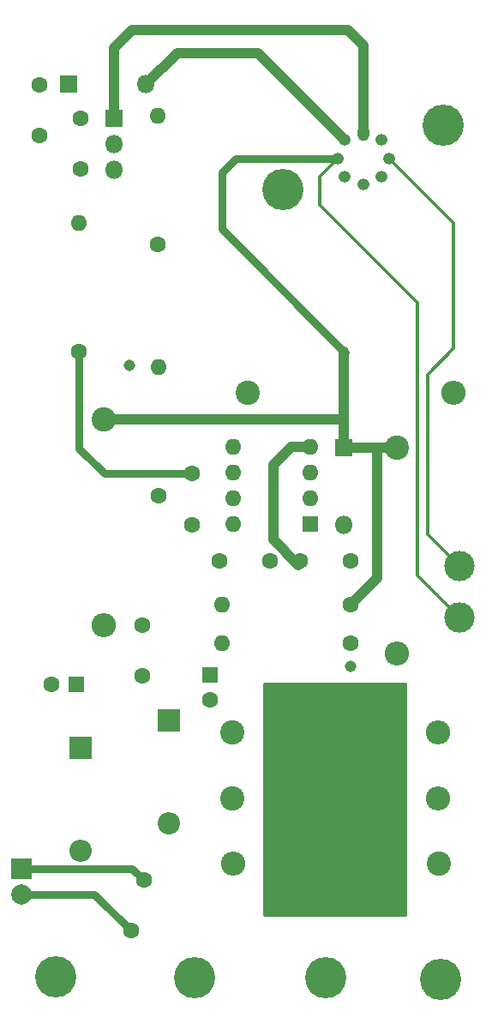
<source format=gbr>
G04 #@! TF.FileFunction,Copper,L1,Top,Signal*
%FSLAX46Y46*%
G04 Gerber Fmt 4.6, Leading zero omitted, Abs format (unit mm)*
G04 Created by KiCad (PCBNEW 4.0.5) date Saturday, 16 December 2017 'PMt' 23:42:59*
%MOMM*%
%LPD*%
G01*
G04 APERTURE LIST*
%ADD10C,0.150000*%
%ADD11C,2.400000*%
%ADD12O,2.400000X2.400000*%
%ADD13C,3.000000*%
%ADD14C,4.064000*%
%ADD15C,1.600000*%
%ADD16O,1.600000X1.600000*%
%ADD17R,1.600000X1.600000*%
%ADD18R,1.800000X1.800000*%
%ADD19O,1.800000X1.800000*%
%ADD20R,2.200000X2.200000*%
%ADD21O,2.200000X2.200000*%
%ADD22O,1.200000X1.600000*%
%ADD23O,1.200000X1.200000*%
%ADD24C,1.143000*%
%ADD25R,2.000000X2.000000*%
%ADD26C,2.000000*%
%ADD27C,0.300000*%
%ADD28C,1.016000*%
%ADD29C,0.762000*%
%ADD30C,1.000000*%
%ADD31C,0.254000*%
G04 APERTURE END LIST*
D10*
D11*
X169672000Y-92456000D03*
D12*
X169672000Y-112776000D03*
D13*
X175895000Y-104140000D03*
D14*
X158432500Y-66992500D03*
D15*
X146050000Y-72390000D03*
D16*
X146050000Y-59690000D03*
D17*
X161195000Y-99997000D03*
D16*
X153575000Y-92377000D03*
X161195000Y-97457000D03*
X153575000Y-94917000D03*
X161195000Y-94917000D03*
X153575000Y-97457000D03*
X161195000Y-92377000D03*
X153575000Y-99997000D03*
D18*
X164465000Y-92456000D03*
D19*
X164465000Y-100076000D03*
D18*
X137287000Y-56578500D03*
D19*
X144907000Y-56578500D03*
D20*
X147193000Y-119380000D03*
D21*
X147193000Y-129540000D03*
D22*
X166370000Y-61341000D03*
D23*
X164573949Y-62084949D03*
X163830000Y-63881000D03*
X164573949Y-65677051D03*
X166370000Y-66421000D03*
X168166051Y-65677051D03*
X168910000Y-63881000D03*
X168166051Y-62084949D03*
D15*
X138303000Y-82931000D03*
D16*
X138303000Y-70231000D03*
D15*
X165100000Y-111760000D03*
D16*
X152400000Y-111760000D03*
D15*
X143446500Y-140144500D03*
X144746500Y-135144500D03*
D20*
X138430000Y-122047000D03*
D21*
X138430000Y-132207000D03*
D18*
X141732000Y-59944000D03*
D19*
X141732000Y-62484000D03*
X141732000Y-65024000D03*
D15*
X138430000Y-64944000D03*
X138430000Y-59944000D03*
X165147000Y-103632000D03*
X160147000Y-103632000D03*
X144526000Y-109982000D03*
X144526000Y-114982000D03*
X134366000Y-61595000D03*
X134366000Y-56595000D03*
X152146000Y-103632000D03*
X157146000Y-103632000D03*
X149500000Y-95032000D03*
X149500000Y-100032000D03*
X165100000Y-107950000D03*
D16*
X152400000Y-107950000D03*
D24*
X143256000Y-84328000D03*
X165100000Y-114046000D03*
D14*
X162687000Y-144780000D03*
X136017000Y-144653000D03*
X149733000Y-144780000D03*
X173990000Y-144907000D03*
D15*
X146177000Y-97155000D03*
D16*
X146177000Y-84455000D03*
D11*
X155003500Y-87058500D03*
D12*
X175323500Y-87058500D03*
D11*
X140716000Y-89662000D03*
D12*
X140716000Y-109982000D03*
D11*
X153479500Y-127063500D03*
D12*
X173799500Y-127063500D03*
D11*
X173863000Y-133540500D03*
D12*
X153543000Y-133540500D03*
D11*
X153479500Y-120586500D03*
D12*
X173799500Y-120586500D03*
D13*
X175895000Y-109220000D03*
D14*
X174307500Y-60642500D03*
D25*
X132651500Y-133985000D03*
D26*
X132651500Y-136525000D03*
D17*
X151257000Y-114848000D03*
D15*
X151257000Y-117348000D03*
D17*
X138049000Y-115824000D03*
D15*
X135549000Y-115824000D03*
D27*
X168910000Y-63881000D02*
X175323500Y-70294500D01*
X172720000Y-100965000D02*
X175895000Y-104140000D01*
X172720000Y-85217000D02*
X172720000Y-100965000D01*
X175323500Y-82613500D02*
X172720000Y-85217000D01*
X175323500Y-70294500D02*
X175323500Y-82613500D01*
D28*
X157480000Y-94107000D02*
X157480000Y-101512000D01*
X160063630Y-92377000D02*
X160015630Y-92329000D01*
X161195000Y-92377000D02*
X160063630Y-92377000D01*
X160015630Y-92329000D02*
X159258000Y-92329000D01*
X159258000Y-92329000D02*
X157480000Y-94107000D01*
X157480000Y-101512000D02*
X160000000Y-104032000D01*
D29*
X173736000Y-144272000D02*
X173736000Y-144780000D01*
X138303000Y-82931000D02*
X138303000Y-92519500D01*
X138303000Y-92519500D02*
X140815500Y-95032000D01*
X140815500Y-95032000D02*
X149500000Y-95032000D01*
D30*
X140716000Y-89662000D02*
X164465000Y-89662000D01*
D27*
X175895000Y-109220000D02*
X171704000Y-105029000D01*
X162052000Y-68453000D02*
X171196000Y-77597000D01*
X162052000Y-67818000D02*
X162052000Y-68453000D01*
X162052000Y-65659000D02*
X162052000Y-67818000D01*
X162052000Y-65659000D02*
X163830000Y-63881000D01*
X171704000Y-78105000D02*
X171196000Y-77597000D01*
X171704000Y-105029000D02*
X171704000Y-78105000D01*
D30*
X164465000Y-92456000D02*
X164465000Y-89662000D01*
X164465000Y-89662000D02*
X164465000Y-82931000D01*
D29*
X164465000Y-82931000D02*
X164211000Y-82677000D01*
X152400000Y-70866000D02*
X164211000Y-82677000D01*
X164211000Y-82677000D02*
X164592000Y-83058000D01*
D30*
X167767000Y-92583000D02*
X167894000Y-92456000D01*
X167894000Y-92456000D02*
X169672000Y-92456000D01*
X164465000Y-92456000D02*
X167640000Y-92456000D01*
X167640000Y-92456000D02*
X168275000Y-92456000D01*
X165100000Y-107950000D02*
X167767000Y-105283000D01*
X167767000Y-105283000D02*
X167767000Y-92583000D01*
D29*
X167767000Y-92583000D02*
X167640000Y-92456000D01*
X164581000Y-83069000D02*
X164592000Y-83058000D01*
X164465000Y-92456000D02*
X164465000Y-90794000D01*
X163830000Y-63881000D02*
X153797000Y-63881000D01*
X153797000Y-63881000D02*
X152400000Y-65278000D01*
X152400000Y-65278000D02*
X152400000Y-70866000D01*
X140335000Y-133985000D02*
X143587000Y-133985000D01*
X143587000Y-133985000D02*
X144746500Y-135144500D01*
X132651500Y-133985000D02*
X140335000Y-133985000D01*
X132651500Y-136525000D02*
X139827000Y-136525000D01*
X139827000Y-136525000D02*
X143446500Y-140144500D01*
D28*
X141732000Y-59944000D02*
X141732000Y-52959000D01*
X166370000Y-52705000D02*
X166370000Y-61341000D01*
X164846000Y-51181000D02*
X166370000Y-52705000D01*
X143510000Y-51181000D02*
X164846000Y-51181000D01*
X141732000Y-52959000D02*
X143510000Y-51181000D01*
D29*
X166370000Y-61341000D02*
X166370000Y-61141000D01*
D28*
X164573949Y-62084949D02*
X155956000Y-53467000D01*
X148018500Y-53467000D02*
X144907000Y-56578500D01*
X155956000Y-53467000D02*
X148018500Y-53467000D01*
D31*
G36*
X170561000Y-138557000D02*
X156591000Y-138557000D01*
X156591000Y-115697000D01*
X170561000Y-115697000D01*
X170561000Y-138557000D01*
X170561000Y-138557000D01*
G37*
X170561000Y-138557000D02*
X156591000Y-138557000D01*
X156591000Y-115697000D01*
X170561000Y-115697000D01*
X170561000Y-138557000D01*
M02*

</source>
